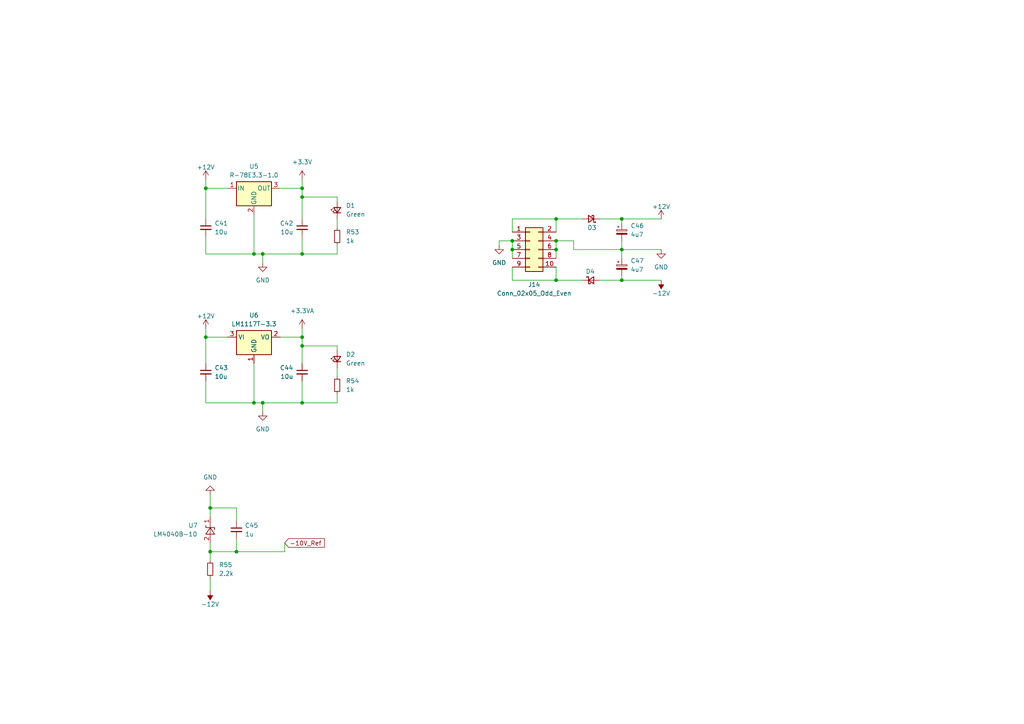
<source format=kicad_sch>
(kicad_sch (version 20230121) (generator eeschema)
  (paper "A4")
  (lib_symbols
    (symbol "Connector_Generic:Conn_02x05_Odd_Even" (pin_names (offset 1.016) hide)
      (property "Reference" "J" (at 1.27 7.62 0))
      (property "Value" "Conn_02x05_Odd_Even" (at 1.27 -7.62 0))
      (symbol "Conn_02x05_Odd_Even_1_1"
        (rectangle (start -1.27 -4.953) (end 0 -5.207) (stroke (width 0.1524)))
        (rectangle (start -1.27 -2.413) (end 0 -2.667) (stroke (width 0.1524)))
        (rectangle (start -1.27 0.127) (end 0 -0.127) (stroke (width 0.1524)))
        (rectangle (start -1.27 2.667) (end 0 2.413) (stroke (width 0.1524)))
        (rectangle (start -1.27 5.207) (end 0 4.953) (stroke (width 0.1524)))
        (rectangle (start -1.27 6.35) (end 3.81 -6.35) (stroke (width 0.254)) (fill (type background)))
        (rectangle (start 3.81 -4.953) (end 2.54 -5.207) (stroke (width 0.1524)))
        (rectangle (start 3.81 -2.413) (end 2.54 -2.667) (stroke (width 0.1524)))
        (rectangle (start 3.81 0.127) (end 2.54 -0.127) (stroke (width 0.1524)))
        (rectangle (start 3.81 2.667) (end 2.54 2.413) (stroke (width 0.1524)))
        (rectangle (start 3.81 5.207) (end 2.54 4.953) (stroke (width 0.1524)))
        (pin passive line (at -5.08 5.08 0) (length 3.81) (name "Pin_1") (number "1"))
        (pin passive line (at 7.62 -5.08 180) (length 3.81) (name "Pin_10") (number "10"))
        (pin passive line (at 7.62 5.08 180) (length 3.81) (name "Pin_2") (number "2"))
        (pin passive line (at -5.08 2.54 0) (length 3.81) (name "Pin_3") (number "3"))
        (pin passive line (at 7.62 2.54 180) (length 3.81) (name "Pin_4") (number "4"))
        (pin passive line (at -5.08 0 0) (length 3.81) (name "Pin_5") (number "5"))
        (pin passive line (at 7.62 0 180) (length 3.81) (name "Pin_6") (number "6"))
        (pin passive line (at -5.08 -2.54 0) (length 3.81) (name "Pin_7") (number "7"))
        (pin passive line (at 7.62 -2.54 180) (length 3.81) (name "Pin_8") (number "8"))
        (pin passive line (at -5.08 -5.08 0) (length 3.81) (name "Pin_9") (number "9"))
      )
    )
    (symbol "Device:C_Polarized_Small" (pin_numbers hide) (pin_names (offset 0.254) hide)
      (property "Reference" "C" (at 0.254 1.778 0))
      (property "Value" "C_Polarized_Small" (at 0.254 -2.032 0))
      (symbol "C_Polarized_Small_0_1"
        (rectangle (start -1.524 -0.3048) (end 1.524 -0.6858) (fill (type outline)))
        (rectangle (start -1.524 0.6858) (end 1.524 0.3048))
        (polyline (pts (xy -1.27 1.524) (xy -0.762 1.524)))
        (polyline (pts (xy -1.016 1.27) (xy -1.016 1.778)))
      )
      (symbol "C_Polarized_Small_1_1"
        (pin passive line (at 0 2.54 270) (length 1.8542) (name "~") (number "1"))
        (pin passive line (at 0 -2.54 90) (length 1.8542) (name "~") (number "2"))
      )
    )
    (symbol "Device:C_Small" (pin_numbers hide) (pin_names (offset 0.254) hide)
      (property "Reference" "C" (at 0.254 1.778 0))
      (property "Value" "C_Small" (at 0.254 -2.032 0))
      (symbol "C_Small_0_1"
        (polyline (pts (xy -1.524 -0.508) (xy 1.524 -0.508)) (stroke (width 0.3302)))
        (polyline (pts (xy -1.524 0.508) (xy 1.524 0.508)) (stroke (width 0.3048)))
      )
      (symbol "C_Small_1_1"
        (pin passive line (at 0 2.54 270) (length 2.032) (name "~") (number "1"))
        (pin passive line (at 0 -2.54 90) (length 2.032) (name "~") (number "2"))
      )
    )
    (symbol "Device:D_Schottky_Small" (pin_numbers hide) (pin_names (offset 0.254) hide)
      (property "Reference" "D" (at -1.27 2.032 0))
      (property "Value" "D_Schottky_Small" (at -7.112 -2.032 0))
      (symbol "D_Schottky_Small_0_1"
        (polyline (pts (xy -0.762 0) (xy 0.762 0)))
        (polyline (pts (xy 0.762 -1.016) (xy -0.762 0) (xy 0.762 1.016) (xy 0.762 -1.016)) (stroke (width 0.254)))
        (polyline (pts (xy -1.27 0.762) (xy -1.27 1.016) (xy -0.762 1.016) (xy -0.762 -1.016) (xy -0.254 -1.016) (xy -0.254 -0.762)) (stroke (width 0.254)))
      )
      (symbol "D_Schottky_Small_1_1"
        (pin passive line (at -2.54 0 0) (length 1.778) (name "K") (number "1"))
        (pin passive line (at 2.54 0 180) (length 1.778) (name "A") (number "2"))
      )
    )
    (symbol "Device:LED_Small" (pin_numbers hide) (pin_names (offset 0.254) hide)
      (property "Reference" "D" (at -1.27 3.175 0))
      (property "Value" "LED_Small" (at -4.445 -2.54 0))
      (symbol "LED_Small_0_1"
        (polyline (pts (xy -0.762 -1.016) (xy -0.762 1.016)) (stroke (width 0.254)))
        (polyline (pts (xy 1.016 0) (xy -0.762 0)))
        (polyline (pts (xy 0.762 -1.016) (xy -0.762 0) (xy 0.762 1.016) (xy 0.762 -1.016)) (stroke (width 0.254)))
        (polyline (pts (xy 0 0.762) (xy -0.508 1.27) (xy -0.254 1.27) (xy -0.508 1.27) (xy -0.508 1.016)))
        (polyline (pts (xy 0.508 1.27) (xy 0 1.778) (xy 0.254 1.778) (xy 0 1.778) (xy 0 1.524)))
      )
      (symbol "LED_Small_1_1"
        (pin passive line (at -2.54 0 0) (length 1.778) (name "K") (number "1"))
        (pin passive line (at 2.54 0 180) (length 1.778) (name "A") (number "2"))
      )
    )
    (symbol "Device:R_Small" (pin_numbers hide) (pin_names (offset 0.254) hide)
      (property "Reference" "R" (at 0.762 0.508 0))
      (property "Value" "R_Small" (at 0.762 -1.016 0))
      (symbol "R_Small_0_1"
        (rectangle (start -0.762 1.778) (end 0.762 -1.778) (stroke (width 0.2032)))
      )
      (symbol "R_Small_1_1"
        (pin passive line (at 0 2.54 270) (length 0.762) (name "~") (number "1"))
        (pin passive line (at 0 -2.54 90) (length 0.762) (name "~") (number "2"))
      )
    )
    (symbol "Reference_Voltage:LM4040DBZ-10" (pin_names (offset 0.0254) hide)
      (property "Reference" "U" (at 0 2.54 0))
      (property "Value" "LM4040DBZ-10" (at 0 -3.175 0))
      (symbol "LM4040DBZ-10_0_1"
        (polyline (pts (xy -1.27 0) (xy 0 0) (xy 1.27 0)))
        (polyline (pts (xy -1.27 -1.27) (xy 0.635 0) (xy -1.27 1.27) (xy -1.27 -1.27)) (stroke (width 0.2032)))
        (polyline (pts (xy 0 -1.27) (xy 0.635 -1.27) (xy 0.635 1.27) (xy 1.27 1.27)) (stroke (width 0.2032)))
      )
      (symbol "LM4040DBZ-10_1_1"
        (pin passive line (at 3.81 0 180) (length 2.54) (name "K") (number "1"))
        (pin passive line (at -3.81 0 0) (length 2.54) (name "A") (number "2"))
      )
    )
    (symbol "Regulator_Linear:LM1117T-3.3"
      (property "Reference" "U" (at -3.81 3.175 0))
      (property "Value" "LM1117T-3.3" (at 0 3.175 0))
      (symbol "LM1117T-3.3_0_1"
        (rectangle (start -5.08 -5.08) (end 5.08 1.905) (stroke (width 0.254)) (fill (type background)))
      )
      (symbol "LM1117T-3.3_1_1"
        (pin power_in line (at 0 -7.62 90) (length 2.54) (name "GND") (number "1"))
        (pin power_out line (at 7.62 0 180) (length 2.54) (name "VO") (number "2"))
        (pin power_in line (at -7.62 0 0) (length 2.54) (name "VI") (number "3"))
      )
    )
    (symbol "Regulator_Switching:R-78E3.3-1.0" (pin_names (offset 0.254))
      (property "Reference" "U" (at -3.81 3.175 0))
      (property "Value" "R-78E3.3-1.0" (at 0 3.175 0))
      (symbol "R-78E3.3-1.0_0_1"
        (rectangle (start -5.08 1.905) (end 5.08 -5.08) (stroke (width 0.254)) (fill (type background)))
      )
      (symbol "R-78E3.3-1.0_1_1"
        (pin power_in line (at -7.62 0 0) (length 2.54) (name "IN") (number "1"))
        (pin power_in line (at 0 -7.62 90) (length 2.54) (name "GND") (number "2"))
        (pin power_out line (at 7.62 0 180) (length 2.54) (name "OUT") (number "3"))
      )
    )
    (symbol "power:+12V" (power) (pin_names (offset 0))
      (property "Value" "+12V" (at 0 3.556 0))
      (symbol "+12V_0_1"
        (polyline (pts (xy -0.762 1.27) (xy 0 2.54)))
        (polyline (pts (xy 0 0) (xy 0 2.54)))
        (polyline (pts (xy 0 2.54) (xy 0.762 1.27)))
      )
      (symbol "+12V_1_1"
        (pin power_in line (at 0 0 90) (length 0) hide (name "+12V") (number "1"))
      )
    )
    (symbol "power:+3.3V" (power) (pin_names (offset 0))
      (property "Value" "+3.3V" (at 0 3.556 0))
      (symbol "+3.3V_0_1"
        (polyline (pts (xy -0.762 1.27) (xy 0 2.54)))
        (polyline (pts (xy 0 0) (xy 0 2.54)))
        (polyline (pts (xy 0 2.54) (xy 0.762 1.27)))
      )
      (symbol "+3.3V_1_1"
        (pin power_in line (at 0 0 90) (length 0) hide (name "+3.3V") (number "1"))
      )
    )
    (symbol "power:+3.3VA" (power) (pin_names (offset 0))
      (property "Value" "+3.3VA" (at 0 3.556 0))
      (symbol "+3.3VA_0_1"
        (polyline (pts (xy -0.762 1.27) (xy 0 2.54)))
        (polyline (pts (xy 0 0) (xy 0 2.54)))
        (polyline (pts (xy 0 2.54) (xy 0.762 1.27)))
      )
      (symbol "+3.3VA_1_1"
        (pin power_in line (at 0 0 90) (length 0) hide (name "+3.3VA") (number "1"))
      )
    )
    (symbol "power:-12V" (power) (pin_names (offset 0))
      (property "Value" "-12V" (at 0 3.81 0))
      (symbol "-12V_0_0"
        (pin power_in line (at 0 0 90) (length 0) hide (name "-12V") (number "1"))
      )
      (symbol "-12V_0_1"
        (polyline (pts (xy 0 0) (xy 0 1.27) (xy 0.762 1.27) (xy 0 2.54) (xy -0.762 1.27) (xy 0 1.27)) (fill (type outline)))
      )
    )
    (symbol "power:GND" (power) (pin_names (offset 0))
      (property "Value" "GND" (at 0 -3.81 0))
      (symbol "GND_0_1"
        (polyline (pts (xy 0 0) (xy 0 -1.27) (xy 1.27 -1.27) (xy 0 -2.54) (xy -1.27 -1.27) (xy 0 -1.27)))
      )
      (symbol "GND_1_1"
        (pin power_in line (at 0 0 270) (length 0) hide (name "GND") (number "1"))
      )
    )
  )
  (junction (at 59.69 97.79))
  (junction (at 73.66 73.66))
  (junction (at 161.29 72.39))
  (junction (at 87.63 100.33))
  (junction (at 148.59 69.85))
  (junction (at 60.96 147.32))
  (junction (at 180.34 63.5))
  (junction (at 76.2 73.66))
  (junction (at 87.63 73.66))
  (junction (at 161.29 63.5))
  (junction (at 60.96 160.02))
  (junction (at 76.2 116.84))
  (junction (at 87.63 116.84))
  (junction (at 68.58 160.02))
  (junction (at 180.34 72.39))
  (junction (at 148.59 72.39))
  (junction (at 87.63 97.79))
  (junction (at 59.69 54.61))
  (junction (at 73.66 116.84))
  (junction (at 87.63 57.15))
  (junction (at 161.29 69.85))
  (junction (at 87.63 54.61))
  (junction (at 180.34 81.28))
  (junction (at 161.29 81.28))
  (wire (pts (xy 87.63 110.49) (xy 87.63 116.84)))
  (wire (pts (xy 59.69 54.61) (xy 59.69 63.5)))
  (wire (pts (xy 87.63 116.84) (xy 97.79 116.84)))
  (wire (pts (xy 180.34 72.39) (xy 191.77 72.39)))
  (wire (pts (xy 87.63 95.25) (xy 87.63 97.79)))
  (wire (pts (xy 97.79 114.3) (xy 97.79 116.84)))
  (wire (pts (xy 60.96 167.64) (xy 60.96 171.45)))
  (wire (pts (xy 97.79 57.15) (xy 87.63 57.15)))
  (wire (pts (xy 59.69 97.79) (xy 59.69 105.41)))
  (wire (pts (xy 73.66 73.66) (xy 73.66 62.23)))
  (wire (pts (xy 166.37 72.39) (xy 166.37 69.85)))
  (wire (pts (xy 161.29 72.39) (xy 161.29 74.93)))
  (wire (pts (xy 173.99 81.28) (xy 180.34 81.28)))
  (wire (pts (xy 144.78 69.85) (xy 148.59 69.85)))
  (wire (pts (xy 87.63 52.07) (xy 87.63 54.61)))
  (wire (pts (xy 73.66 105.41) (xy 73.66 116.84)))
  (wire (pts (xy 87.63 100.33) (xy 87.63 105.41)))
  (wire (pts (xy 166.37 69.85) (xy 161.29 69.85)))
  (wire (pts (xy 60.96 149.86) (xy 60.96 147.32)))
  (wire (pts (xy 76.2 76.2) (xy 76.2 73.66)))
  (wire (pts (xy 180.34 81.28) (xy 191.77 81.28)))
  (wire (pts (xy 59.69 116.84) (xy 73.66 116.84)))
  (wire (pts (xy 161.29 81.28) (xy 148.59 81.28)))
  (wire (pts (xy 59.69 68.58) (xy 59.69 73.66)))
  (wire (pts (xy 87.63 116.84) (xy 76.2 116.84)))
  (wire (pts (xy 76.2 119.38) (xy 76.2 116.84)))
  (wire (pts (xy 148.59 72.39) (xy 148.59 74.93)))
  (wire (pts (xy 60.96 157.48) (xy 60.96 160.02)))
  (wire (pts (xy 161.29 81.28) (xy 168.91 81.28)))
  (wire (pts (xy 59.69 110.49) (xy 59.69 116.84)))
  (wire (pts (xy 161.29 77.47) (xy 161.29 81.28)))
  (wire (pts (xy 87.63 100.33) (xy 97.79 100.33)))
  (wire (pts (xy 60.96 147.32) (xy 68.58 147.32)))
  (wire (pts (xy 87.63 68.58) (xy 87.63 73.66)))
  (wire (pts (xy 180.34 63.5) (xy 180.34 64.77)))
  (wire (pts (xy 87.63 57.15) (xy 87.63 63.5)))
  (wire (pts (xy 60.96 160.02) (xy 68.58 160.02)))
  (wire (pts (xy 59.69 52.07) (xy 59.69 54.61)))
  (wire (pts (xy 97.79 58.42) (xy 97.79 57.15)))
  (wire (pts (xy 97.79 71.12) (xy 97.79 73.66)))
  (wire (pts (xy 148.59 81.28) (xy 148.59 77.47)))
  (wire (pts (xy 81.28 54.61) (xy 87.63 54.61)))
  (wire (pts (xy 66.04 97.79) (xy 59.69 97.79)))
  (wire (pts (xy 59.69 95.25) (xy 59.69 97.79)))
  (wire (pts (xy 82.55 160.02) (xy 68.58 160.02)))
  (wire (pts (xy 97.79 106.68) (xy 97.79 109.22)))
  (wire (pts (xy 148.59 63.5) (xy 148.59 67.31)))
  (wire (pts (xy 59.69 73.66) (xy 73.66 73.66)))
  (wire (pts (xy 161.29 63.5) (xy 161.29 67.31)))
  (wire (pts (xy 173.99 63.5) (xy 180.34 63.5)))
  (wire (pts (xy 76.2 73.66) (xy 73.66 73.66)))
  (wire (pts (xy 180.34 72.39) (xy 180.34 74.93)))
  (wire (pts (xy 180.34 80.01) (xy 180.34 81.28)))
  (wire (pts (xy 148.59 69.85) (xy 148.59 72.39)))
  (wire (pts (xy 97.79 101.6) (xy 97.79 100.33)))
  (wire (pts (xy 87.63 54.61) (xy 87.63 57.15)))
  (wire (pts (xy 76.2 116.84) (xy 73.66 116.84)))
  (wire (pts (xy 144.78 71.12) (xy 144.78 69.85)))
  (wire (pts (xy 180.34 69.85) (xy 180.34 72.39)))
  (wire (pts (xy 68.58 147.32) (xy 68.58 151.13)))
  (wire (pts (xy 68.58 156.21) (xy 68.58 160.02)))
  (wire (pts (xy 60.96 143.51) (xy 60.96 147.32)))
  (wire (pts (xy 82.55 157.48) (xy 82.55 160.02)))
  (wire (pts (xy 81.28 97.79) (xy 87.63 97.79)))
  (wire (pts (xy 60.96 160.02) (xy 60.96 162.56)))
  (wire (pts (xy 87.63 73.66) (xy 76.2 73.66)))
  (wire (pts (xy 87.63 97.79) (xy 87.63 100.33)))
  (wire (pts (xy 161.29 69.85) (xy 161.29 72.39)))
  (wire (pts (xy 148.59 63.5) (xy 161.29 63.5)))
  (wire (pts (xy 66.04 54.61) (xy 59.69 54.61)))
  (wire (pts (xy 161.29 63.5) (xy 168.91 63.5)))
  (wire (pts (xy 97.79 63.5) (xy 97.79 66.04)))
  (wire (pts (xy 166.37 72.39) (xy 180.34 72.39)))
  (wire (pts (xy 180.34 63.5) (xy 191.77 63.5)))
  (wire (pts (xy 97.79 73.66) (xy 87.63 73.66)))
  (global_label "-10V_Ref" (shape input) (at 82.55 157.48 0) (property "Intersheetrefs" "${INTERSHEET_REFS}" (effects hide)))
  (symbol (lib_id "Reference_Voltage:LM4040DBZ-10") (at 60.96 153.67 90) (unit 1)
    (property "Reference" "U7" (at 54.61 152.4 90) (effects (justify right)))
    (property "Value" "LM4040B-10" (at 44.45 154.94 90) (effects (justify right)))
    (property "Footprint" "Package_TO_SOT_SMD:SOT-23" (effects hide))
    (property "Datasheet" "http://www.ti.com/lit/ds/symlink/lm4040-n.pdf" (effects hide))
  )
  (symbol (lib_id "power:+3.3VA") (at 87.63 95.25 0) (unit 1)
    (property "Reference" "#PWR0183" (effects hide))
    (property "Value" "+3.3VA" (at 87.63 90.17 0))
  )
  (symbol (lib_id "power:GND") (at 144.78 71.12 0) (unit 1)
    (property "Reference" "#PWR0178" (effects hide))
    (property "Value" "GND" (at 144.78 76.2 0))
  )
  (symbol (lib_id "Device:R_Small") (at 97.79 68.58 180) (unit 1)
    (property "Reference" "R53" (at 100.33 67.31 0) (effects (justify right)))
    (property "Value" "1k" (at 100.33 69.85 0) (effects (justify right)))
    (property "Footprint" "Resistor_SMD:R_0805_2012Metric" (effects hide))
  )
  (symbol (lib_id "power:GND") (at 60.96 143.51 180) (unit 1)
    (property "Reference" "#PWR0180" (effects hide))
    (property "Value" "GND" (at 60.96 138.43 0))
  )
  (symbol (lib_id "power:+12V") (at 59.69 95.25 0) (mirror y) (unit 1)
    (property "Reference" "#PWR0184" (effects hide))
    (property "Value" "+12V" (at 59.69 91.694 0))
  )
  (symbol (lib_id "Device:C_Polarized_Small") (at 180.34 67.31 0) (unit 1)
    (property "Reference" "C46" (at 182.88 65.4939 0) (effects (justify left)))
    (property "Value" "4u7" (at 182.88 68.0339 0) (effects (justify left)))
    (property "Footprint" "Capacitor_SMD:CP_Elec_4x3" (effects hide))
  )
  (symbol (lib_id "Device:D_Schottky_Small") (at 171.45 63.5 180) (unit 1)
    (property "Reference" "D3" (at 171.704 66.04 0))
    (property "Value" "D_Schottky_Small" (effects hide))
    (property "Footprint" "Diode_SMD:D_SOD-323" (effects hide))
  )
  (symbol (lib_id "power:GND") (at 76.2 76.2 0) (unit 1)
    (property "Reference" "#PWR0185" (effects hide))
    (property "Value" "GND" (at 76.2 81.28 0))
  )
  (symbol (lib_id "power:+3.3V") (at 87.63 52.07 0) (unit 1)
    (property "Reference" "#PWR0187" (effects hide))
    (property "Value" "+3.3V" (at 87.63 46.99 0))
  )
  (symbol (lib_id "Device:C_Polarized_Small") (at 180.34 77.47 0) (unit 1)
    (property "Reference" "C47" (at 182.88 75.6539 0) (effects (justify left)))
    (property "Value" "4u7" (at 182.88 78.1939 0) (effects (justify left)))
    (property "Footprint" "Capacitor_SMD:CP_Elec_4x3" (effects hide))
  )
  (symbol (lib_id "Device:R_Small") (at 60.96 165.1 180) (unit 1)
    (property "Reference" "R55" (at 63.5 163.83 0) (effects (justify right)))
    (property "Value" "2.2k" (at 63.5 166.37 0) (effects (justify right)))
    (property "Footprint" "Resistor_SMD:R_0805_2012Metric" (effects hide))
  )
  (symbol (lib_id "Device:C_Small") (at 87.63 66.04 0) (mirror y) (unit 1)
    (property "Reference" "C42" (at 85.09 64.7763 0) (effects (justify left)))
    (property "Value" "10u" (at 85.09 67.3163 0) (effects (justify left)))
    (property "Footprint" "Capacitor_SMD:C_0805_2012Metric_Pad1.18x1.45mm_HandSolder" (effects hide))
  )
  (symbol (lib_id "Device:R_Small") (at 97.79 111.76 180) (unit 1)
    (property "Reference" "R54" (at 100.33 110.49 0) (effects (justify right)))
    (property "Value" "1k" (at 100.33 113.03 0) (effects (justify right)))
    (property "Footprint" "Resistor_SMD:R_0805_2012Metric" (effects hide))
  )
  (symbol (lib_id "Regulator_Switching:R-78E3.3-1.0") (at 73.66 54.61 0) (unit 1)
    (property "Reference" "U5" (at 73.66 48.26 0))
    (property "Value" "R-78E3.3-1.0" (at 73.66 50.8 0))
    (property "Footprint" "Converter_DCDC:Converter_DCDC_RECOM_R-78E-0.5_THT" (effects hide))
    (property "Datasheet" "https://www.recom-power.com/pdf/Innoline/R-78Exx-1.0.pdf" (effects hide))
  )
  (symbol (lib_id "power:GND") (at 191.77 72.39 0) (unit 1)
    (property "Reference" "#PWR0175" (effects hide))
    (property "Value" "GND" (at 191.77 77.47 0))
  )
  (symbol (lib_id "Device:D_Schottky_Small") (at 171.45 81.28 0) (unit 1)
    (property "Reference" "D4" (at 171.196 78.74 0))
    (property "Value" "D_Schottky_Small" (effects hide))
    (property "Footprint" "Diode_SMD:D_SOD-323" (effects hide))
  )
  (symbol (lib_id "power:-12V") (at 191.77 81.28 180) (unit 1)
    (property "Reference" "#PWR0176" (effects hide))
    (property "Value" "-12V" (at 191.77 85.09 0))
  )
  (symbol (lib_id "Device:C_Small") (at 59.69 107.95 0) (unit 1)
    (property "Reference" "C43" (at 62.23 106.6863 0) (effects (justify left)))
    (property "Value" "10u" (at 62.23 109.2263 0) (effects (justify left)))
    (property "Footprint" "Capacitor_SMD:C_0805_2012Metric_Pad1.18x1.45mm_HandSolder" (effects hide))
  )
  (symbol (lib_id "power:-12V") (at 60.96 171.45 180) (unit 1)
    (property "Reference" "#PWR0182" (effects hide))
    (property "Value" "-12V" (at 60.96 175.26 0))
  )
  (symbol (lib_id "power:+12V") (at 191.77 63.5 0) (unit 1)
    (property "Reference" "#PWR0177" (effects hide))
    (property "Value" "+12V" (at 191.77 59.944 0))
  )
  (symbol (lib_id "Device:LED_Small") (at 97.79 104.14 90) (unit 1)
    (property "Reference" "D2" (at 100.33 102.8065 90) (effects (justify right)))
    (property "Value" "Green" (at 100.33 105.3465 90) (effects (justify right)))
    (property "Footprint" "LED_SMD:LED_0805_2012Metric_Pad1.15x1.40mm_HandSolder" (effects hide))
  )
  (symbol (lib_id "Device:C_Small") (at 68.58 153.67 0) (unit 1)
    (property "Reference" "C45" (at 74.93 152.4063 0) (effects (justify right)))
    (property "Value" "1u" (at 73.66 154.9463 0) (effects (justify right)))
    (property "Footprint" "Capacitor_SMD:C_0805_2012Metric_Pad1.18x1.45mm_HandSolder" (effects hide))
  )
  (symbol (lib_id "Connector_Generic:Conn_02x05_Odd_Even") (at 153.67 72.39 0) (unit 1)
    (property "Reference" "J14" (at 154.94 82.55 0))
    (property "Value" "Conn_02x05_Odd_Even" (at 154.94 85.09 0))
    (property "Footprint" "Connector_PinSocket_2.54mm:PinSocket_2x05_P2.54mm_Vertical" (effects hide))
  )
  (symbol (lib_id "power:GND") (at 76.2 119.38 0) (unit 1)
    (property "Reference" "#PWR0179" (effects hide))
    (property "Value" "GND" (at 76.2 124.46 0))
  )
  (symbol (lib_id "Device:LED_Small") (at 97.79 60.96 90) (unit 1)
    (property "Reference" "D1" (at 100.33 59.6265 90) (effects (justify right)))
    (property "Value" "Green" (at 100.33 62.1665 90) (effects (justify right)))
    (property "Footprint" "LED_SMD:LED_0805_2012Metric_Pad1.15x1.40mm_HandSolder" (effects hide))
  )
  (symbol (lib_id "power:+12V") (at 59.69 52.07 0) (mirror y) (unit 1)
    (property "Reference" "#PWR0186" (effects hide))
    (property "Value" "+12V" (at 59.69 48.514 0))
  )
  (symbol (lib_id "Device:C_Small") (at 59.69 66.04 0) (unit 1)
    (property "Reference" "C41" (at 62.23 64.7763 0) (effects (justify left)))
    (property "Value" "10u" (at 62.23 67.3163 0) (effects (justify left)))
    (property "Footprint" "Capacitor_SMD:C_0805_2012Metric_Pad1.18x1.45mm_HandSolder" (effects hide))
  )
  (symbol (lib_id "Regulator_Linear:LM1117T-3.3") (at 73.66 97.79 0) (unit 1)
    (property "Reference" "U6" (at 73.66 91.44 0))
    (property "Value" "LM1117T-3.3" (at 73.66 93.98 0))
    (property "Footprint" "Package_TO_SOT_THT:TO-220-3_Horizontal_TabDown" (effects hide))
    (property "Datasheet" "http://www.ti.com/lit/ds/symlink/lm1117.pdf" (effects hide))
  )
  (symbol (lib_id "Device:C_Small") (at 87.63 107.95 0) (mirror y) (unit 1)
    (property "Reference" "C44" (at 85.09 106.6863 0) (effects (justify left)))
    (property "Value" "10u" (at 85.09 109.2263 0) (effects (justify left)))
    (property "Footprint" "Capacitor_SMD:C_0805_2012Metric_Pad1.18x1.45mm_HandSolder" (effects hide))
  )
)
</source>
